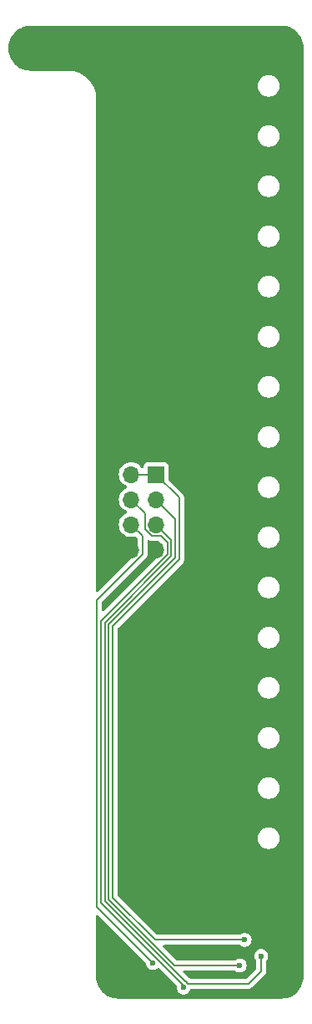
<source format=gbr>
%TF.GenerationSoftware,KiCad,Pcbnew,8.0.4-8.0.4-0~ubuntu22.04.1*%
%TF.CreationDate,2024-08-10T22:14:10+03:00*%
%TF.ProjectId,PM-DI16-DC24sink-front,504d2d44-4931-4362-9d44-43323473696e,rev?*%
%TF.SameCoordinates,Original*%
%TF.FileFunction,Copper,L1,Top*%
%TF.FilePolarity,Positive*%
%FSLAX46Y46*%
G04 Gerber Fmt 4.6, Leading zero omitted, Abs format (unit mm)*
G04 Created by KiCad (PCBNEW 8.0.4-8.0.4-0~ubuntu22.04.1) date 2024-08-10 22:14:10*
%MOMM*%
%LPD*%
G01*
G04 APERTURE LIST*
%TA.AperFunction,ComponentPad*%
%ADD10R,1.700000X1.700000*%
%TD*%
%TA.AperFunction,ComponentPad*%
%ADD11O,1.700000X1.700000*%
%TD*%
%TA.AperFunction,ViaPad*%
%ADD12C,0.600000*%
%TD*%
%TA.AperFunction,Conductor*%
%ADD13C,0.200000*%
%TD*%
G04 APERTURE END LIST*
D10*
%TO.P,J1,1,Pin_1*%
%TO.N,+3.3V*%
X66040000Y-96520000D03*
D11*
%TO.P,J1,2,Pin_2*%
X63500000Y-96520000D03*
%TO.P,J1,3,Pin_3*%
%TO.N,/SCK*%
X66040000Y-99060000D03*
%TO.P,J1,4,Pin_4*%
%TO.N,/MOSI*%
X63500000Y-99060000D03*
%TO.P,J1,5,Pin_5*%
%TO.N,/CS*%
X66040000Y-101600000D03*
%TO.P,J1,6,Pin_6*%
%TO.N,/MISO*%
X63500000Y-101600000D03*
%TO.P,J1,7,Pin_7*%
%TO.N,GND*%
X66040000Y-104140000D03*
%TO.P,J1,8,Pin_8*%
X63500000Y-104140000D03*
%TD*%
D12*
%TO.N,GND*%
X63500000Y-88900000D03*
X66040000Y-91440000D03*
X63500000Y-91440000D03*
X66040000Y-88900000D03*
%TO.N,+3.3V*%
X75028700Y-143652900D03*
%TO.N,/MOSI*%
X68829200Y-148492300D03*
%TO.N,/MISO*%
X65691400Y-145990700D03*
%TO.N,/SCK*%
X74523500Y-146250400D03*
%TO.N,/CS*%
X76708000Y-145288000D03*
%TD*%
D13*
%TO.N,+3.3V*%
X68390000Y-98870000D02*
X66040000Y-96520000D01*
X65901558Y-143652900D02*
X61640000Y-139391342D01*
X68390000Y-105113404D02*
X68390000Y-98870000D01*
X61640000Y-139391342D02*
X61640000Y-111863404D01*
X75028700Y-143652900D02*
X65901558Y-143652900D01*
X61640000Y-111863404D02*
X68390000Y-105113404D01*
X66040000Y-96520000D02*
X63500000Y-96520000D01*
%TO.N,/MOSI*%
X65563654Y-102750000D02*
X64890000Y-102076346D01*
X64890000Y-102076346D02*
X64890000Y-100450000D01*
X68829200Y-148492300D02*
X68829200Y-148277600D01*
X60440000Y-111366346D02*
X67190000Y-104616346D01*
X64890000Y-100450000D02*
X63500000Y-99060000D01*
X67190000Y-104616346D02*
X67190000Y-103423654D01*
X60440000Y-139888400D02*
X60440000Y-111366346D01*
X66516346Y-102750000D02*
X65563654Y-102750000D01*
X67190000Y-103423654D02*
X66516346Y-102750000D01*
X68829200Y-148277600D02*
X60440000Y-139888400D01*
%TO.N,/MISO*%
X65691400Y-145990700D02*
X60040000Y-140339300D01*
X60040000Y-109226346D02*
X64650000Y-104616346D01*
X60040000Y-140339300D02*
X60040000Y-109226346D01*
X64650000Y-102750000D02*
X63500000Y-101600000D01*
X64650000Y-104616346D02*
X64650000Y-102750000D01*
%TO.N,/SCK*%
X67990000Y-104947718D02*
X67990000Y-101010000D01*
X67990000Y-101010000D02*
X66040000Y-99060000D01*
X74523500Y-146250400D02*
X67933372Y-146250400D01*
X61240000Y-139557028D02*
X61240000Y-111697718D01*
X61240000Y-111697718D02*
X67990000Y-104947718D01*
X67933372Y-146250400D02*
X61240000Y-139557028D01*
%TO.N,/CS*%
X69077729Y-147892300D02*
X69267429Y-148082000D01*
X67590000Y-104782032D02*
X60840000Y-111532032D01*
X66040000Y-101600000D02*
X67590000Y-103150000D01*
X60840000Y-111532032D02*
X60840000Y-139722714D01*
X75438000Y-148082000D02*
X76708000Y-146812000D01*
X60840000Y-139722714D02*
X69009586Y-147892300D01*
X67590000Y-103150000D02*
X67590000Y-104782032D01*
X76708000Y-146812000D02*
X76708000Y-145288000D01*
X69267429Y-148082000D02*
X75438000Y-148082000D01*
X69009586Y-147892300D02*
X69077729Y-147892300D01*
%TD*%
%TA.AperFunction,Conductor*%
%TO.N,GND*%
G36*
X78743736Y-51050726D02*
G01*
X79008483Y-51066740D01*
X79023347Y-51068545D01*
X79280541Y-51115678D01*
X79295063Y-51119257D01*
X79544720Y-51197052D01*
X79558697Y-51202353D01*
X79797151Y-51309673D01*
X79810397Y-51316625D01*
X80034171Y-51451901D01*
X80046489Y-51460404D01*
X80252318Y-51621662D01*
X80263525Y-51631591D01*
X80448408Y-51816474D01*
X80458337Y-51827681D01*
X80619595Y-52033510D01*
X80628102Y-52045834D01*
X80763371Y-52269596D01*
X80770330Y-52282855D01*
X80877644Y-52521298D01*
X80882950Y-52535288D01*
X80960738Y-52784920D01*
X80964321Y-52799458D01*
X81011454Y-53056652D01*
X81013259Y-53071517D01*
X81029274Y-53336263D01*
X81029500Y-53343750D01*
X81029500Y-147316249D01*
X81029274Y-147323736D01*
X81013259Y-147588482D01*
X81011454Y-147603347D01*
X80964321Y-147860541D01*
X80960738Y-147875079D01*
X80882954Y-148124700D01*
X80877644Y-148138701D01*
X80770330Y-148377144D01*
X80763371Y-148390403D01*
X80628102Y-148614165D01*
X80619595Y-148626489D01*
X80458337Y-148832318D01*
X80448408Y-148843525D01*
X80263525Y-149028408D01*
X80252318Y-149038337D01*
X80046489Y-149199595D01*
X80034165Y-149208102D01*
X79810403Y-149343371D01*
X79797144Y-149350330D01*
X79558701Y-149457644D01*
X79544705Y-149462951D01*
X79297174Y-149540085D01*
X79295079Y-149540738D01*
X79280541Y-149544321D01*
X79023347Y-149591454D01*
X79008482Y-149593259D01*
X78743736Y-149609274D01*
X78736249Y-149609500D01*
X62233751Y-149609500D01*
X62226264Y-149609274D01*
X61961517Y-149593259D01*
X61946652Y-149591454D01*
X61689458Y-149544321D01*
X61674924Y-149540739D01*
X61425288Y-149462950D01*
X61411298Y-149457644D01*
X61172855Y-149350330D01*
X61159596Y-149343371D01*
X60935834Y-149208102D01*
X60923510Y-149199595D01*
X60717681Y-149038337D01*
X60706474Y-149028408D01*
X60521591Y-148843525D01*
X60511662Y-148832318D01*
X60350404Y-148626489D01*
X60341901Y-148614171D01*
X60206625Y-148390397D01*
X60199673Y-148377151D01*
X60092353Y-148138697D01*
X60087052Y-148124720D01*
X60009257Y-147875063D01*
X60005678Y-147860541D01*
X59958545Y-147603347D01*
X59956740Y-147588482D01*
X59940726Y-147323736D01*
X59940500Y-147316249D01*
X59940500Y-141246976D01*
X59960185Y-141179937D01*
X60012989Y-141134182D01*
X60082147Y-141124238D01*
X60145703Y-141153263D01*
X60152181Y-141159295D01*
X64955796Y-145962910D01*
X64989281Y-146024233D01*
X64991211Y-146035643D01*
X65006259Y-146159570D01*
X65006260Y-146159575D01*
X65066582Y-146318630D01*
X65066582Y-146318631D01*
X65128875Y-146408877D01*
X65163217Y-146458629D01*
X65268905Y-146552260D01*
X65290550Y-146571436D01*
X65383773Y-146620363D01*
X65441175Y-146650490D01*
X65606344Y-146691200D01*
X65776456Y-146691200D01*
X65941625Y-146650490D01*
X66028896Y-146604686D01*
X66092249Y-146571436D01*
X66092250Y-146571434D01*
X66092252Y-146571434D01*
X66176134Y-146497120D01*
X66239367Y-146467400D01*
X66308631Y-146476584D01*
X66346042Y-146502256D01*
X68103874Y-148260088D01*
X68137359Y-148321411D01*
X68139289Y-148362715D01*
X68123555Y-148492299D01*
X68144059Y-148661169D01*
X68144060Y-148661174D01*
X68204382Y-148820231D01*
X68220461Y-148843525D01*
X68301017Y-148960229D01*
X68383966Y-149033715D01*
X68428350Y-149073036D01*
X68578973Y-149152089D01*
X68578975Y-149152090D01*
X68744144Y-149192800D01*
X68914256Y-149192800D01*
X69079425Y-149152090D01*
X69158892Y-149110381D01*
X69230049Y-149073036D01*
X69230050Y-149073034D01*
X69230052Y-149073034D01*
X69357383Y-148960229D01*
X69454018Y-148820230D01*
X69510255Y-148671944D01*
X69513826Y-148662529D01*
X69556004Y-148606826D01*
X69621602Y-148582769D01*
X69629768Y-148582500D01*
X75503890Y-148582500D01*
X75503892Y-148582500D01*
X75631186Y-148548392D01*
X75745314Y-148482500D01*
X77005104Y-147222707D01*
X77005109Y-147222704D01*
X77015312Y-147212500D01*
X77015314Y-147212500D01*
X77108500Y-147119314D01*
X77174392Y-147005186D01*
X77208500Y-146877892D01*
X77208500Y-145834204D01*
X77228185Y-145767165D01*
X77231985Y-145762146D01*
X77231922Y-145762103D01*
X77295726Y-145669666D01*
X77332818Y-145615930D01*
X77393140Y-145456872D01*
X77413645Y-145288000D01*
X77393140Y-145119128D01*
X77332818Y-144960070D01*
X77236183Y-144820071D01*
X77108852Y-144707266D01*
X77108849Y-144707263D01*
X76958226Y-144628210D01*
X76793056Y-144587500D01*
X76622944Y-144587500D01*
X76457773Y-144628210D01*
X76307150Y-144707263D01*
X76179816Y-144820072D01*
X76083182Y-144960068D01*
X76022860Y-145119125D01*
X76022859Y-145119130D01*
X76002355Y-145288000D01*
X76022859Y-145456869D01*
X76022860Y-145456874D01*
X76083182Y-145615931D01*
X76184078Y-145762103D01*
X76181807Y-145763670D01*
X76206034Y-145815190D01*
X76207500Y-145834204D01*
X76207500Y-146553324D01*
X76187815Y-146620363D01*
X76171181Y-146641005D01*
X75267005Y-147545181D01*
X75205682Y-147578666D01*
X75179324Y-147581500D01*
X69526105Y-147581500D01*
X69459066Y-147561815D01*
X69438424Y-147545181D01*
X69385045Y-147491802D01*
X69385043Y-147491800D01*
X69319150Y-147453756D01*
X69270914Y-147425907D01*
X69263411Y-147422800D01*
X69264324Y-147420594D01*
X69220225Y-147395126D01*
X68787680Y-146962581D01*
X68754195Y-146901258D01*
X68759179Y-146831566D01*
X68801051Y-146775633D01*
X68866515Y-146751216D01*
X68875361Y-146750900D01*
X73985055Y-146750900D01*
X74052094Y-146770585D01*
X74067279Y-146782082D01*
X74122648Y-146831134D01*
X74273275Y-146910190D01*
X74438444Y-146950900D01*
X74608556Y-146950900D01*
X74773725Y-146910190D01*
X74853192Y-146868481D01*
X74924349Y-146831136D01*
X74924350Y-146831134D01*
X74924352Y-146831134D01*
X75051683Y-146718329D01*
X75148318Y-146578330D01*
X75208640Y-146419272D01*
X75229145Y-146250400D01*
X75208640Y-146081528D01*
X75148318Y-145922470D01*
X75051683Y-145782471D01*
X74924352Y-145669666D01*
X74924349Y-145669663D01*
X74773726Y-145590610D01*
X74608556Y-145549900D01*
X74438444Y-145549900D01*
X74273273Y-145590610D01*
X74122650Y-145669664D01*
X74067282Y-145718716D01*
X74004049Y-145748437D01*
X73985055Y-145749900D01*
X68192048Y-145749900D01*
X68125009Y-145730215D01*
X68104367Y-145713581D01*
X66755867Y-144365081D01*
X66722382Y-144303758D01*
X66727366Y-144234066D01*
X66769238Y-144178133D01*
X66834702Y-144153716D01*
X66843548Y-144153400D01*
X74490255Y-144153400D01*
X74557294Y-144173085D01*
X74572479Y-144184582D01*
X74627848Y-144233634D01*
X74778475Y-144312690D01*
X74943644Y-144353400D01*
X75113756Y-144353400D01*
X75278925Y-144312690D01*
X75358392Y-144270981D01*
X75429549Y-144233636D01*
X75429550Y-144233634D01*
X75429552Y-144233634D01*
X75556883Y-144120829D01*
X75653518Y-143980830D01*
X75713840Y-143821772D01*
X75734345Y-143652900D01*
X75713840Y-143484028D01*
X75653518Y-143324970D01*
X75556883Y-143184971D01*
X75429552Y-143072166D01*
X75429549Y-143072163D01*
X75278926Y-142993110D01*
X75113756Y-142952400D01*
X74943644Y-142952400D01*
X74778473Y-142993110D01*
X74627850Y-143072164D01*
X74572482Y-143121216D01*
X74509249Y-143150937D01*
X74490255Y-143152400D01*
X66160234Y-143152400D01*
X66093195Y-143132715D01*
X66072553Y-143116081D01*
X62176819Y-139220347D01*
X62143334Y-139159024D01*
X62140500Y-139132666D01*
X62140500Y-133263389D01*
X76369500Y-133263389D01*
X76369500Y-133436611D01*
X76396598Y-133607701D01*
X76450127Y-133772445D01*
X76528768Y-133926788D01*
X76630586Y-134066928D01*
X76753072Y-134189414D01*
X76893212Y-134291232D01*
X77047555Y-134369873D01*
X77212299Y-134423402D01*
X77383389Y-134450500D01*
X77383390Y-134450500D01*
X77556610Y-134450500D01*
X77556611Y-134450500D01*
X77727701Y-134423402D01*
X77892445Y-134369873D01*
X78046788Y-134291232D01*
X78186928Y-134189414D01*
X78309414Y-134066928D01*
X78411232Y-133926788D01*
X78489873Y-133772445D01*
X78543402Y-133607701D01*
X78570500Y-133436611D01*
X78570500Y-133263389D01*
X78543402Y-133092299D01*
X78489873Y-132927555D01*
X78411232Y-132773212D01*
X78309414Y-132633072D01*
X78186928Y-132510586D01*
X78046788Y-132408768D01*
X77892445Y-132330127D01*
X77727701Y-132276598D01*
X77727699Y-132276597D01*
X77727698Y-132276597D01*
X77596271Y-132255781D01*
X77556611Y-132249500D01*
X77383389Y-132249500D01*
X77343728Y-132255781D01*
X77212302Y-132276597D01*
X77047552Y-132330128D01*
X76893211Y-132408768D01*
X76813256Y-132466859D01*
X76753072Y-132510586D01*
X76753070Y-132510588D01*
X76753069Y-132510588D01*
X76630588Y-132633069D01*
X76630588Y-132633070D01*
X76630586Y-132633072D01*
X76586859Y-132693256D01*
X76528768Y-132773211D01*
X76450128Y-132927552D01*
X76396597Y-133092302D01*
X76369500Y-133263389D01*
X62140500Y-133263389D01*
X62140500Y-128183389D01*
X76369500Y-128183389D01*
X76369500Y-128356611D01*
X76396598Y-128527701D01*
X76450127Y-128692445D01*
X76528768Y-128846788D01*
X76630586Y-128986928D01*
X76753072Y-129109414D01*
X76893212Y-129211232D01*
X77047555Y-129289873D01*
X77212299Y-129343402D01*
X77383389Y-129370500D01*
X77383390Y-129370500D01*
X77556610Y-129370500D01*
X77556611Y-129370500D01*
X77727701Y-129343402D01*
X77892445Y-129289873D01*
X78046788Y-129211232D01*
X78186928Y-129109414D01*
X78309414Y-128986928D01*
X78411232Y-128846788D01*
X78489873Y-128692445D01*
X78543402Y-128527701D01*
X78570500Y-128356611D01*
X78570500Y-128183389D01*
X78543402Y-128012299D01*
X78489873Y-127847555D01*
X78411232Y-127693212D01*
X78309414Y-127553072D01*
X78186928Y-127430586D01*
X78046788Y-127328768D01*
X77892445Y-127250127D01*
X77727701Y-127196598D01*
X77727699Y-127196597D01*
X77727698Y-127196597D01*
X77596271Y-127175781D01*
X77556611Y-127169500D01*
X77383389Y-127169500D01*
X77343728Y-127175781D01*
X77212302Y-127196597D01*
X77047552Y-127250128D01*
X76893211Y-127328768D01*
X76813256Y-127386859D01*
X76753072Y-127430586D01*
X76753070Y-127430588D01*
X76753069Y-127430588D01*
X76630588Y-127553069D01*
X76630588Y-127553070D01*
X76630586Y-127553072D01*
X76586859Y-127613256D01*
X76528768Y-127693211D01*
X76450128Y-127847552D01*
X76396597Y-128012302D01*
X76369500Y-128183389D01*
X62140500Y-128183389D01*
X62140500Y-123103389D01*
X76369500Y-123103389D01*
X76369500Y-123276611D01*
X76396598Y-123447701D01*
X76450127Y-123612445D01*
X76528768Y-123766788D01*
X76630586Y-123906928D01*
X76753072Y-124029414D01*
X76893212Y-124131232D01*
X77047555Y-124209873D01*
X77212299Y-124263402D01*
X77383389Y-124290500D01*
X77383390Y-124290500D01*
X77556610Y-124290500D01*
X77556611Y-124290500D01*
X77727701Y-124263402D01*
X77892445Y-124209873D01*
X78046788Y-124131232D01*
X78186928Y-124029414D01*
X78309414Y-123906928D01*
X78411232Y-123766788D01*
X78489873Y-123612445D01*
X78543402Y-123447701D01*
X78570500Y-123276611D01*
X78570500Y-123103389D01*
X78543402Y-122932299D01*
X78489873Y-122767555D01*
X78411232Y-122613212D01*
X78309414Y-122473072D01*
X78186928Y-122350586D01*
X78046788Y-122248768D01*
X77892445Y-122170127D01*
X77727701Y-122116598D01*
X77727699Y-122116597D01*
X77727698Y-122116597D01*
X77596271Y-122095781D01*
X77556611Y-122089500D01*
X77383389Y-122089500D01*
X77343728Y-122095781D01*
X77212302Y-122116597D01*
X77047552Y-122170128D01*
X76893211Y-122248768D01*
X76813256Y-122306859D01*
X76753072Y-122350586D01*
X76753070Y-122350588D01*
X76753069Y-122350588D01*
X76630588Y-122473069D01*
X76630588Y-122473070D01*
X76630586Y-122473072D01*
X76586859Y-122533256D01*
X76528768Y-122613211D01*
X76450128Y-122767552D01*
X76396597Y-122932302D01*
X76369500Y-123103389D01*
X62140500Y-123103389D01*
X62140500Y-118023389D01*
X76369500Y-118023389D01*
X76369500Y-118196611D01*
X76396598Y-118367701D01*
X76450127Y-118532445D01*
X76528768Y-118686788D01*
X76630586Y-118826928D01*
X76753072Y-118949414D01*
X76893212Y-119051232D01*
X77047555Y-119129873D01*
X77212299Y-119183402D01*
X77383389Y-119210500D01*
X77383390Y-119210500D01*
X77556610Y-119210500D01*
X77556611Y-119210500D01*
X77727701Y-119183402D01*
X77892445Y-119129873D01*
X78046788Y-119051232D01*
X78186928Y-118949414D01*
X78309414Y-118826928D01*
X78411232Y-118686788D01*
X78489873Y-118532445D01*
X78543402Y-118367701D01*
X78570500Y-118196611D01*
X78570500Y-118023389D01*
X78543402Y-117852299D01*
X78489873Y-117687555D01*
X78411232Y-117533212D01*
X78309414Y-117393072D01*
X78186928Y-117270586D01*
X78046788Y-117168768D01*
X77892445Y-117090127D01*
X77727701Y-117036598D01*
X77727699Y-117036597D01*
X77727698Y-117036597D01*
X77596271Y-117015781D01*
X77556611Y-117009500D01*
X77383389Y-117009500D01*
X77343728Y-117015781D01*
X77212302Y-117036597D01*
X77047552Y-117090128D01*
X76893211Y-117168768D01*
X76813256Y-117226859D01*
X76753072Y-117270586D01*
X76753070Y-117270588D01*
X76753069Y-117270588D01*
X76630588Y-117393069D01*
X76630588Y-117393070D01*
X76630586Y-117393072D01*
X76586859Y-117453256D01*
X76528768Y-117533211D01*
X76450128Y-117687552D01*
X76396597Y-117852302D01*
X76369500Y-118023389D01*
X62140500Y-118023389D01*
X62140500Y-112943389D01*
X76369500Y-112943389D01*
X76369500Y-113116611D01*
X76396598Y-113287701D01*
X76450127Y-113452445D01*
X76528768Y-113606788D01*
X76630586Y-113746928D01*
X76753072Y-113869414D01*
X76893212Y-113971232D01*
X77047555Y-114049873D01*
X77212299Y-114103402D01*
X77383389Y-114130500D01*
X77383390Y-114130500D01*
X77556610Y-114130500D01*
X77556611Y-114130500D01*
X77727701Y-114103402D01*
X77892445Y-114049873D01*
X78046788Y-113971232D01*
X78186928Y-113869414D01*
X78309414Y-113746928D01*
X78411232Y-113606788D01*
X78489873Y-113452445D01*
X78543402Y-113287701D01*
X78570500Y-113116611D01*
X78570500Y-112943389D01*
X78543402Y-112772299D01*
X78489873Y-112607555D01*
X78411232Y-112453212D01*
X78309414Y-112313072D01*
X78186928Y-112190586D01*
X78046788Y-112088768D01*
X77892445Y-112010127D01*
X77727701Y-111956598D01*
X77727699Y-111956597D01*
X77727698Y-111956597D01*
X77596271Y-111935781D01*
X77556611Y-111929500D01*
X77383389Y-111929500D01*
X77343728Y-111935781D01*
X77212302Y-111956597D01*
X77047552Y-112010128D01*
X76893211Y-112088768D01*
X76847362Y-112122080D01*
X76753072Y-112190586D01*
X76753070Y-112190588D01*
X76753069Y-112190588D01*
X76630588Y-112313069D01*
X76630588Y-112313070D01*
X76630586Y-112313072D01*
X76586859Y-112373256D01*
X76528768Y-112453211D01*
X76450128Y-112607552D01*
X76396597Y-112772302D01*
X76369500Y-112943389D01*
X62140500Y-112943389D01*
X62140500Y-112122080D01*
X62160185Y-112055041D01*
X62176819Y-112034399D01*
X65421807Y-108789411D01*
X66347829Y-107863389D01*
X76369500Y-107863389D01*
X76369500Y-108036611D01*
X76396598Y-108207701D01*
X76450127Y-108372445D01*
X76528768Y-108526788D01*
X76630586Y-108666928D01*
X76753072Y-108789414D01*
X76893212Y-108891232D01*
X77047555Y-108969873D01*
X77212299Y-109023402D01*
X77383389Y-109050500D01*
X77383390Y-109050500D01*
X77556610Y-109050500D01*
X77556611Y-109050500D01*
X77727701Y-109023402D01*
X77892445Y-108969873D01*
X78046788Y-108891232D01*
X78186928Y-108789414D01*
X78309414Y-108666928D01*
X78411232Y-108526788D01*
X78489873Y-108372445D01*
X78543402Y-108207701D01*
X78570500Y-108036611D01*
X78570500Y-107863389D01*
X78543402Y-107692299D01*
X78489873Y-107527555D01*
X78411232Y-107373212D01*
X78309414Y-107233072D01*
X78186928Y-107110586D01*
X78046788Y-107008768D01*
X77892445Y-106930127D01*
X77727701Y-106876598D01*
X77727699Y-106876597D01*
X77727698Y-106876597D01*
X77596271Y-106855781D01*
X77556611Y-106849500D01*
X77383389Y-106849500D01*
X77343728Y-106855781D01*
X77212302Y-106876597D01*
X77047552Y-106930128D01*
X76893211Y-107008768D01*
X76813256Y-107066859D01*
X76753072Y-107110586D01*
X76753070Y-107110588D01*
X76753069Y-107110588D01*
X76630588Y-107233069D01*
X76630588Y-107233070D01*
X76630586Y-107233072D01*
X76586859Y-107293256D01*
X76528768Y-107373211D01*
X76450128Y-107527552D01*
X76396597Y-107692302D01*
X76369500Y-107863389D01*
X66347829Y-107863389D01*
X68790500Y-105420718D01*
X68832358Y-105348218D01*
X68856392Y-105306590D01*
X68890500Y-105179296D01*
X68890500Y-102783389D01*
X76369500Y-102783389D01*
X76369500Y-102956611D01*
X76373572Y-102982318D01*
X76383445Y-103044660D01*
X76396598Y-103127701D01*
X76450127Y-103292445D01*
X76528768Y-103446788D01*
X76630586Y-103586928D01*
X76753072Y-103709414D01*
X76893212Y-103811232D01*
X77047555Y-103889873D01*
X77212299Y-103943402D01*
X77383389Y-103970500D01*
X77383390Y-103970500D01*
X77556610Y-103970500D01*
X77556611Y-103970500D01*
X77727701Y-103943402D01*
X77892445Y-103889873D01*
X78046788Y-103811232D01*
X78186928Y-103709414D01*
X78309414Y-103586928D01*
X78411232Y-103446788D01*
X78489873Y-103292445D01*
X78543402Y-103127701D01*
X78570500Y-102956611D01*
X78570500Y-102783389D01*
X78543402Y-102612299D01*
X78489873Y-102447555D01*
X78411232Y-102293212D01*
X78309414Y-102153072D01*
X78186928Y-102030586D01*
X78046788Y-101928768D01*
X77892445Y-101850127D01*
X77727701Y-101796598D01*
X77727699Y-101796597D01*
X77727698Y-101796597D01*
X77596271Y-101775781D01*
X77556611Y-101769500D01*
X77383389Y-101769500D01*
X77343728Y-101775781D01*
X77212302Y-101796597D01*
X77047552Y-101850128D01*
X76893211Y-101928768D01*
X76813256Y-101986859D01*
X76753072Y-102030586D01*
X76753070Y-102030588D01*
X76753069Y-102030588D01*
X76630588Y-102153069D01*
X76630588Y-102153070D01*
X76630586Y-102153072D01*
X76586859Y-102213256D01*
X76528768Y-102293211D01*
X76450128Y-102447552D01*
X76396597Y-102612302D01*
X76384750Y-102687102D01*
X76369500Y-102783389D01*
X68890500Y-102783389D01*
X68890500Y-98804108D01*
X68856392Y-98676814D01*
X68790500Y-98562686D01*
X68697314Y-98469500D01*
X67931203Y-97703389D01*
X76369500Y-97703389D01*
X76369500Y-97876611D01*
X76396598Y-98047701D01*
X76450127Y-98212445D01*
X76528768Y-98366788D01*
X76630586Y-98506928D01*
X76753072Y-98629414D01*
X76893212Y-98731232D01*
X77047555Y-98809873D01*
X77212299Y-98863402D01*
X77383389Y-98890500D01*
X77383390Y-98890500D01*
X77556610Y-98890500D01*
X77556611Y-98890500D01*
X77727701Y-98863402D01*
X77892445Y-98809873D01*
X78046788Y-98731232D01*
X78186928Y-98629414D01*
X78309414Y-98506928D01*
X78411232Y-98366788D01*
X78489873Y-98212445D01*
X78543402Y-98047701D01*
X78570500Y-97876611D01*
X78570500Y-97703389D01*
X78543402Y-97532299D01*
X78489873Y-97367555D01*
X78411232Y-97213212D01*
X78309414Y-97073072D01*
X78186928Y-96950586D01*
X78046788Y-96848768D01*
X77892445Y-96770127D01*
X77727701Y-96716598D01*
X77727699Y-96716597D01*
X77727698Y-96716597D01*
X77596271Y-96695781D01*
X77556611Y-96689500D01*
X77383389Y-96689500D01*
X77343728Y-96695781D01*
X77212302Y-96716597D01*
X77047552Y-96770128D01*
X76893211Y-96848768D01*
X76813256Y-96906859D01*
X76753072Y-96950586D01*
X76753070Y-96950588D01*
X76753069Y-96950588D01*
X76630588Y-97073069D01*
X76630588Y-97073070D01*
X76630586Y-97073072D01*
X76589284Y-97129919D01*
X76528768Y-97213211D01*
X76450128Y-97367552D01*
X76396597Y-97532302D01*
X76384750Y-97607102D01*
X76369500Y-97703389D01*
X67931203Y-97703389D01*
X67326818Y-97099004D01*
X67293333Y-97037681D01*
X67290499Y-97011323D01*
X67290499Y-95638482D01*
X67290498Y-95638475D01*
X67275646Y-95544696D01*
X67218050Y-95431658D01*
X67218046Y-95431654D01*
X67218045Y-95431652D01*
X67128347Y-95341954D01*
X67128344Y-95341952D01*
X67128342Y-95341950D01*
X67051517Y-95302805D01*
X67015301Y-95284352D01*
X66921524Y-95269500D01*
X65158482Y-95269500D01*
X65077519Y-95282323D01*
X65064696Y-95284354D01*
X64951658Y-95341950D01*
X64951657Y-95341951D01*
X64951652Y-95341954D01*
X64861954Y-95431652D01*
X64861951Y-95431657D01*
X64861950Y-95431658D01*
X64842751Y-95469337D01*
X64804352Y-95544698D01*
X64789500Y-95638475D01*
X64789500Y-95788138D01*
X64769815Y-95855177D01*
X64717011Y-95900932D01*
X64647853Y-95910876D01*
X64584297Y-95881851D01*
X64563925Y-95859261D01*
X64461599Y-95713124D01*
X64386950Y-95638475D01*
X64306877Y-95558402D01*
X64127639Y-95432898D01*
X64127640Y-95432898D01*
X64127638Y-95432897D01*
X64028484Y-95386661D01*
X63929330Y-95340425D01*
X63929326Y-95340424D01*
X63929322Y-95340422D01*
X63717977Y-95283793D01*
X63500002Y-95264723D01*
X63499998Y-95264723D01*
X63354682Y-95277436D01*
X63282023Y-95283793D01*
X63282020Y-95283793D01*
X63070677Y-95340422D01*
X63070670Y-95340424D01*
X63070670Y-95340425D01*
X63067391Y-95341954D01*
X62872361Y-95432898D01*
X62872357Y-95432900D01*
X62693121Y-95558402D01*
X62538402Y-95713121D01*
X62412900Y-95892357D01*
X62412898Y-95892361D01*
X62320426Y-96090668D01*
X62320422Y-96090677D01*
X62263793Y-96302020D01*
X62263793Y-96302024D01*
X62244723Y-96519997D01*
X62244723Y-96520002D01*
X62263793Y-96737975D01*
X62263793Y-96737979D01*
X62320422Y-96949322D01*
X62320424Y-96949326D01*
X62320425Y-96949330D01*
X62321011Y-96950586D01*
X62412897Y-97147638D01*
X62412898Y-97147639D01*
X62538402Y-97326877D01*
X62693123Y-97481598D01*
X62872360Y-97607101D01*
X62872361Y-97607102D01*
X63023583Y-97677618D01*
X63076022Y-97723790D01*
X63095174Y-97790984D01*
X63074958Y-97857865D01*
X63023583Y-97902382D01*
X62872361Y-97972898D01*
X62872357Y-97972900D01*
X62693121Y-98098402D01*
X62538402Y-98253121D01*
X62412900Y-98432357D01*
X62412898Y-98432361D01*
X62378126Y-98506930D01*
X62321187Y-98629037D01*
X62320426Y-98630668D01*
X62320422Y-98630677D01*
X62263793Y-98842020D01*
X62263793Y-98842024D01*
X62244723Y-99059997D01*
X62244723Y-99060002D01*
X62263793Y-99277975D01*
X62263793Y-99277979D01*
X62320422Y-99489322D01*
X62320424Y-99489326D01*
X62320425Y-99489330D01*
X62331040Y-99512093D01*
X62412897Y-99687638D01*
X62412898Y-99687639D01*
X62538402Y-99866877D01*
X62693123Y-100021598D01*
X62866054Y-100142686D01*
X62872361Y-100147102D01*
X63023583Y-100217618D01*
X63076022Y-100263790D01*
X63095174Y-100330984D01*
X63074958Y-100397865D01*
X63023583Y-100442382D01*
X62872361Y-100512898D01*
X62872357Y-100512900D01*
X62693121Y-100638402D01*
X62538402Y-100793121D01*
X62412900Y-100972357D01*
X62412898Y-100972361D01*
X62320426Y-101170668D01*
X62320422Y-101170677D01*
X62263793Y-101382020D01*
X62263793Y-101382024D01*
X62244723Y-101599997D01*
X62244723Y-101600002D01*
X62263793Y-101817975D01*
X62263793Y-101817979D01*
X62320422Y-102029322D01*
X62320424Y-102029326D01*
X62320425Y-102029330D01*
X62321011Y-102030586D01*
X62412897Y-102227638D01*
X62412898Y-102227639D01*
X62538402Y-102406877D01*
X62693123Y-102561598D01*
X62872361Y-102687102D01*
X63070670Y-102779575D01*
X63282023Y-102836207D01*
X63464926Y-102852208D01*
X63499998Y-102855277D01*
X63500000Y-102855277D01*
X63500002Y-102855277D01*
X63587190Y-102847649D01*
X63717977Y-102836207D01*
X63893647Y-102789136D01*
X63963490Y-102790799D01*
X64013416Y-102821230D01*
X64113181Y-102920995D01*
X64146666Y-102982318D01*
X64149500Y-103008676D01*
X64149500Y-104357670D01*
X64129815Y-104424709D01*
X64113181Y-104445351D01*
X60152181Y-108406351D01*
X60090858Y-108439836D01*
X60021166Y-108434852D01*
X59965233Y-108392980D01*
X59940816Y-108327516D01*
X59940500Y-108318670D01*
X59940500Y-92623389D01*
X76369500Y-92623389D01*
X76369500Y-92796611D01*
X76396598Y-92967701D01*
X76450127Y-93132445D01*
X76528768Y-93286788D01*
X76630586Y-93426928D01*
X76753072Y-93549414D01*
X76893212Y-93651232D01*
X77047555Y-93729873D01*
X77212299Y-93783402D01*
X77383389Y-93810500D01*
X77383390Y-93810500D01*
X77556610Y-93810500D01*
X77556611Y-93810500D01*
X77727701Y-93783402D01*
X77892445Y-93729873D01*
X78046788Y-93651232D01*
X78186928Y-93549414D01*
X78309414Y-93426928D01*
X78411232Y-93286788D01*
X78489873Y-93132445D01*
X78543402Y-92967701D01*
X78570500Y-92796611D01*
X78570500Y-92623389D01*
X78543402Y-92452299D01*
X78489873Y-92287555D01*
X78411232Y-92133212D01*
X78309414Y-91993072D01*
X78186928Y-91870586D01*
X78046788Y-91768768D01*
X77892445Y-91690127D01*
X77727701Y-91636598D01*
X77727699Y-91636597D01*
X77727698Y-91636597D01*
X77596271Y-91615781D01*
X77556611Y-91609500D01*
X77383389Y-91609500D01*
X77343728Y-91615781D01*
X77212302Y-91636597D01*
X77047552Y-91690128D01*
X76893211Y-91768768D01*
X76813256Y-91826859D01*
X76753072Y-91870586D01*
X76753070Y-91870588D01*
X76753069Y-91870588D01*
X76630588Y-91993069D01*
X76630588Y-91993070D01*
X76630586Y-91993072D01*
X76586859Y-92053256D01*
X76528768Y-92133211D01*
X76450128Y-92287552D01*
X76396597Y-92452302D01*
X76369500Y-92623389D01*
X59940500Y-92623389D01*
X59940500Y-87543389D01*
X76369500Y-87543389D01*
X76369500Y-87716611D01*
X76396598Y-87887701D01*
X76450127Y-88052445D01*
X76528768Y-88206788D01*
X76630586Y-88346928D01*
X76753072Y-88469414D01*
X76893212Y-88571232D01*
X77047555Y-88649873D01*
X77212299Y-88703402D01*
X77383389Y-88730500D01*
X77383390Y-88730500D01*
X77556610Y-88730500D01*
X77556611Y-88730500D01*
X77727701Y-88703402D01*
X77892445Y-88649873D01*
X78046788Y-88571232D01*
X78186928Y-88469414D01*
X78309414Y-88346928D01*
X78411232Y-88206788D01*
X78489873Y-88052445D01*
X78543402Y-87887701D01*
X78570500Y-87716611D01*
X78570500Y-87543389D01*
X78543402Y-87372299D01*
X78489873Y-87207555D01*
X78411232Y-87053212D01*
X78309414Y-86913072D01*
X78186928Y-86790586D01*
X78046788Y-86688768D01*
X77892445Y-86610127D01*
X77727701Y-86556598D01*
X77727699Y-86556597D01*
X77727698Y-86556597D01*
X77596271Y-86535781D01*
X77556611Y-86529500D01*
X77383389Y-86529500D01*
X77343728Y-86535781D01*
X77212302Y-86556597D01*
X77047552Y-86610128D01*
X76893211Y-86688768D01*
X76813256Y-86746859D01*
X76753072Y-86790586D01*
X76753070Y-86790588D01*
X76753069Y-86790588D01*
X76630588Y-86913069D01*
X76630588Y-86913070D01*
X76630586Y-86913072D01*
X76586859Y-86973256D01*
X76528768Y-87053211D01*
X76450128Y-87207552D01*
X76396597Y-87372302D01*
X76369500Y-87543389D01*
X59940500Y-87543389D01*
X59940500Y-82463389D01*
X76369500Y-82463389D01*
X76369500Y-82636611D01*
X76396598Y-82807701D01*
X76450127Y-82972445D01*
X76528768Y-83126788D01*
X76630586Y-83266928D01*
X76753072Y-83389414D01*
X76893212Y-83491232D01*
X77047555Y-83569873D01*
X77212299Y-83623402D01*
X77383389Y-83650500D01*
X77383390Y-83650500D01*
X77556610Y-83650500D01*
X77556611Y-83650500D01*
X77727701Y-83623402D01*
X77892445Y-83569873D01*
X78046788Y-83491232D01*
X78186928Y-83389414D01*
X78309414Y-83266928D01*
X78411232Y-83126788D01*
X78489873Y-82972445D01*
X78543402Y-82807701D01*
X78570500Y-82636611D01*
X78570500Y-82463389D01*
X78543402Y-82292299D01*
X78489873Y-82127555D01*
X78411232Y-81973212D01*
X78309414Y-81833072D01*
X78186928Y-81710586D01*
X78046788Y-81608768D01*
X77892445Y-81530127D01*
X77727701Y-81476598D01*
X77727699Y-81476597D01*
X77727698Y-81476597D01*
X77596271Y-81455781D01*
X77556611Y-81449500D01*
X77383389Y-81449500D01*
X77343728Y-81455781D01*
X77212302Y-81476597D01*
X77047552Y-81530128D01*
X76893211Y-81608768D01*
X76813256Y-81666859D01*
X76753072Y-81710586D01*
X76753070Y-81710588D01*
X76753069Y-81710588D01*
X76630588Y-81833069D01*
X76630588Y-81833070D01*
X76630586Y-81833072D01*
X76586859Y-81893256D01*
X76528768Y-81973211D01*
X76450128Y-82127552D01*
X76396597Y-82292302D01*
X76369500Y-82463389D01*
X59940500Y-82463389D01*
X59940500Y-77383389D01*
X76369500Y-77383389D01*
X76369500Y-77556611D01*
X76396598Y-77727701D01*
X76450127Y-77892445D01*
X76528768Y-78046788D01*
X76630586Y-78186928D01*
X76753072Y-78309414D01*
X76893212Y-78411232D01*
X77047555Y-78489873D01*
X77212299Y-78543402D01*
X77383389Y-78570500D01*
X77383390Y-78570500D01*
X77556610Y-78570500D01*
X77556611Y-78570500D01*
X77727701Y-78543402D01*
X77892445Y-78489873D01*
X78046788Y-78411232D01*
X78186928Y-78309414D01*
X78309414Y-78186928D01*
X78411232Y-78046788D01*
X78489873Y-77892445D01*
X78543402Y-77727701D01*
X78570500Y-77556611D01*
X78570500Y-77383389D01*
X78543402Y-77212299D01*
X78489873Y-77047555D01*
X78411232Y-76893212D01*
X78309414Y-76753072D01*
X78186928Y-76630586D01*
X78046788Y-76528768D01*
X77892445Y-76450127D01*
X77727701Y-76396598D01*
X77727699Y-76396597D01*
X77727698Y-76396597D01*
X77596271Y-76375781D01*
X77556611Y-76369500D01*
X77383389Y-76369500D01*
X77343728Y-76375781D01*
X77212302Y-76396597D01*
X77047552Y-76450128D01*
X76893211Y-76528768D01*
X76813256Y-76586859D01*
X76753072Y-76630586D01*
X76753070Y-76630588D01*
X76753069Y-76630588D01*
X76630588Y-76753069D01*
X76630588Y-76753070D01*
X76630586Y-76753072D01*
X76586859Y-76813256D01*
X76528768Y-76893211D01*
X76450128Y-77047552D01*
X76396597Y-77212302D01*
X76369500Y-77383389D01*
X59940500Y-77383389D01*
X59940500Y-72303389D01*
X76369500Y-72303389D01*
X76369500Y-72476611D01*
X76396598Y-72647701D01*
X76450127Y-72812445D01*
X76528768Y-72966788D01*
X76630586Y-73106928D01*
X76753072Y-73229414D01*
X76893212Y-73331232D01*
X77047555Y-73409873D01*
X77212299Y-73463402D01*
X77383389Y-73490500D01*
X77383390Y-73490500D01*
X77556610Y-73490500D01*
X77556611Y-73490500D01*
X77727701Y-73463402D01*
X77892445Y-73409873D01*
X78046788Y-73331232D01*
X78186928Y-73229414D01*
X78309414Y-73106928D01*
X78411232Y-72966788D01*
X78489873Y-72812445D01*
X78543402Y-72647701D01*
X78570500Y-72476611D01*
X78570500Y-72303389D01*
X78543402Y-72132299D01*
X78489873Y-71967555D01*
X78411232Y-71813212D01*
X78309414Y-71673072D01*
X78186928Y-71550586D01*
X78046788Y-71448768D01*
X77892445Y-71370127D01*
X77727701Y-71316598D01*
X77727699Y-71316597D01*
X77727698Y-71316597D01*
X77596271Y-71295781D01*
X77556611Y-71289500D01*
X77383389Y-71289500D01*
X77343728Y-71295781D01*
X77212302Y-71316597D01*
X77047552Y-71370128D01*
X76893211Y-71448768D01*
X76813256Y-71506859D01*
X76753072Y-71550586D01*
X76753070Y-71550588D01*
X76753069Y-71550588D01*
X76630588Y-71673069D01*
X76630588Y-71673070D01*
X76630586Y-71673072D01*
X76586859Y-71733256D01*
X76528768Y-71813211D01*
X76450128Y-71967552D01*
X76396597Y-72132302D01*
X76369500Y-72303389D01*
X59940500Y-72303389D01*
X59940500Y-67223389D01*
X76369500Y-67223389D01*
X76369500Y-67396611D01*
X76396598Y-67567701D01*
X76450127Y-67732445D01*
X76528768Y-67886788D01*
X76630586Y-68026928D01*
X76753072Y-68149414D01*
X76893212Y-68251232D01*
X77047555Y-68329873D01*
X77212299Y-68383402D01*
X77383389Y-68410500D01*
X77383390Y-68410500D01*
X77556610Y-68410500D01*
X77556611Y-68410500D01*
X77727701Y-68383402D01*
X77892445Y-68329873D01*
X78046788Y-68251232D01*
X78186928Y-68149414D01*
X78309414Y-68026928D01*
X78411232Y-67886788D01*
X78489873Y-67732445D01*
X78543402Y-67567701D01*
X78570500Y-67396611D01*
X78570500Y-67223389D01*
X78543402Y-67052299D01*
X78489873Y-66887555D01*
X78411232Y-66733212D01*
X78309414Y-66593072D01*
X78186928Y-66470586D01*
X78046788Y-66368768D01*
X77892445Y-66290127D01*
X77727701Y-66236598D01*
X77727699Y-66236597D01*
X77727698Y-66236597D01*
X77596271Y-66215781D01*
X77556611Y-66209500D01*
X77383389Y-66209500D01*
X77343728Y-66215781D01*
X77212302Y-66236597D01*
X77047552Y-66290128D01*
X76893211Y-66368768D01*
X76813256Y-66426859D01*
X76753072Y-66470586D01*
X76753070Y-66470588D01*
X76753069Y-66470588D01*
X76630588Y-66593069D01*
X76630588Y-66593070D01*
X76630586Y-66593072D01*
X76586859Y-66653256D01*
X76528768Y-66733211D01*
X76450128Y-66887552D01*
X76396597Y-67052302D01*
X76369500Y-67223389D01*
X59940500Y-67223389D01*
X59940500Y-62143389D01*
X76369500Y-62143389D01*
X76369500Y-62316611D01*
X76396598Y-62487701D01*
X76450127Y-62652445D01*
X76528768Y-62806788D01*
X76630586Y-62946928D01*
X76753072Y-63069414D01*
X76893212Y-63171232D01*
X77047555Y-63249873D01*
X77212299Y-63303402D01*
X77383389Y-63330500D01*
X77383390Y-63330500D01*
X77556610Y-63330500D01*
X77556611Y-63330500D01*
X77727701Y-63303402D01*
X77892445Y-63249873D01*
X78046788Y-63171232D01*
X78186928Y-63069414D01*
X78309414Y-62946928D01*
X78411232Y-62806788D01*
X78489873Y-62652445D01*
X78543402Y-62487701D01*
X78570500Y-62316611D01*
X78570500Y-62143389D01*
X78543402Y-61972299D01*
X78489873Y-61807555D01*
X78411232Y-61653212D01*
X78309414Y-61513072D01*
X78186928Y-61390586D01*
X78046788Y-61288768D01*
X77892445Y-61210127D01*
X77727701Y-61156598D01*
X77727699Y-61156597D01*
X77727698Y-61156597D01*
X77596271Y-61135781D01*
X77556611Y-61129500D01*
X77383389Y-61129500D01*
X77343728Y-61135781D01*
X77212302Y-61156597D01*
X77047552Y-61210128D01*
X76893211Y-61288768D01*
X76813256Y-61346859D01*
X76753072Y-61390586D01*
X76753070Y-61390588D01*
X76753069Y-61390588D01*
X76630588Y-61513069D01*
X76630588Y-61513070D01*
X76630586Y-61513072D01*
X76586859Y-61573256D01*
X76528768Y-61653211D01*
X76450128Y-61807552D01*
X76396597Y-61972302D01*
X76369500Y-62143389D01*
X59940500Y-62143389D01*
X59940500Y-58263286D01*
X59940499Y-58263282D01*
X59905410Y-57951851D01*
X59905409Y-57951846D01*
X59905408Y-57951837D01*
X59835665Y-57646273D01*
X59809831Y-57572445D01*
X59732150Y-57350445D01*
X59732148Y-57350439D01*
X59596159Y-57068056D01*
X59593227Y-57063389D01*
X76369500Y-57063389D01*
X76369500Y-57236610D01*
X76387529Y-57350445D01*
X76396598Y-57407701D01*
X76450127Y-57572445D01*
X76528768Y-57726788D01*
X76630586Y-57866928D01*
X76753072Y-57989414D01*
X76893212Y-58091232D01*
X77047555Y-58169873D01*
X77212299Y-58223402D01*
X77383389Y-58250500D01*
X77383390Y-58250500D01*
X77556610Y-58250500D01*
X77556611Y-58250500D01*
X77727701Y-58223402D01*
X77892445Y-58169873D01*
X78046788Y-58091232D01*
X78186928Y-57989414D01*
X78309414Y-57866928D01*
X78411232Y-57726788D01*
X78489873Y-57572445D01*
X78543402Y-57407701D01*
X78570500Y-57236611D01*
X78570500Y-57063389D01*
X78543402Y-56892299D01*
X78489873Y-56727555D01*
X78411232Y-56573212D01*
X78309414Y-56433072D01*
X78186928Y-56310586D01*
X78046788Y-56208768D01*
X77892445Y-56130127D01*
X77727701Y-56076598D01*
X77727699Y-56076597D01*
X77727698Y-56076597D01*
X77596271Y-56055781D01*
X77556611Y-56049500D01*
X77383389Y-56049500D01*
X77343728Y-56055781D01*
X77212302Y-56076597D01*
X77047552Y-56130128D01*
X76893211Y-56208768D01*
X76813256Y-56266859D01*
X76753072Y-56310586D01*
X76753070Y-56310588D01*
X76753069Y-56310588D01*
X76630588Y-56433069D01*
X76630588Y-56433070D01*
X76630586Y-56433072D01*
X76586859Y-56493256D01*
X76528768Y-56573211D01*
X76450128Y-56727552D01*
X76396597Y-56892302D01*
X76369500Y-57063389D01*
X59593227Y-57063389D01*
X59429409Y-56802673D01*
X59233993Y-56557630D01*
X59012370Y-56336007D01*
X58767327Y-56140591D01*
X58501944Y-55973841D01*
X58501941Y-55973839D01*
X58219568Y-55837855D01*
X58219554Y-55837849D01*
X57923738Y-55734338D01*
X57923730Y-55734335D01*
X57694554Y-55682027D01*
X57618163Y-55664592D01*
X57618160Y-55664591D01*
X57618148Y-55664589D01*
X57306717Y-55629500D01*
X57306711Y-55629500D01*
X57199828Y-55629500D01*
X53343751Y-55629500D01*
X53336264Y-55629274D01*
X53071517Y-55613259D01*
X53056652Y-55611454D01*
X52799458Y-55564321D01*
X52784924Y-55560739D01*
X52535288Y-55482950D01*
X52521298Y-55477644D01*
X52282855Y-55370330D01*
X52269596Y-55363371D01*
X52045834Y-55228102D01*
X52033510Y-55219595D01*
X51827681Y-55058337D01*
X51816474Y-55048408D01*
X51631591Y-54863525D01*
X51621662Y-54852318D01*
X51460404Y-54646489D01*
X51451901Y-54634171D01*
X51316625Y-54410397D01*
X51309673Y-54397151D01*
X51202353Y-54158697D01*
X51197052Y-54144720D01*
X51119257Y-53895063D01*
X51115678Y-53880541D01*
X51068545Y-53623347D01*
X51066740Y-53608482D01*
X51059979Y-53496711D01*
X51050952Y-53347472D01*
X51050952Y-53332527D01*
X51066740Y-53071514D01*
X51068545Y-53056652D01*
X51115678Y-52799458D01*
X51119256Y-52784940D01*
X51197054Y-52535273D01*
X51202351Y-52521308D01*
X51309676Y-52282841D01*
X51316621Y-52269608D01*
X51451906Y-52045820D01*
X51460396Y-52033521D01*
X51621667Y-51827674D01*
X51631583Y-51816482D01*
X51816482Y-51631583D01*
X51827674Y-51621667D01*
X52033521Y-51460396D01*
X52045820Y-51451906D01*
X52269608Y-51316621D01*
X52282841Y-51309676D01*
X52521308Y-51202351D01*
X52535273Y-51197054D01*
X52784940Y-51119256D01*
X52799454Y-51115678D01*
X53056656Y-51068544D01*
X53071514Y-51066740D01*
X53336264Y-51050726D01*
X53343751Y-51050500D01*
X53384170Y-51050500D01*
X78695830Y-51050500D01*
X78736249Y-51050500D01*
X78743736Y-51050726D01*
G37*
%TD.AperFunction*%
%TA.AperFunction,Conductor*%
G36*
X65336499Y-103196779D02*
G01*
X65370468Y-103216392D01*
X65497762Y-103250500D01*
X66257670Y-103250500D01*
X66324709Y-103270185D01*
X66345351Y-103286819D01*
X66653181Y-103594649D01*
X66686666Y-103655972D01*
X66689500Y-103682330D01*
X66689500Y-104357670D01*
X66669815Y-104424709D01*
X66653181Y-104445351D01*
X60752181Y-110346351D01*
X60690858Y-110379836D01*
X60621166Y-110374852D01*
X60565233Y-110332980D01*
X60540816Y-110267516D01*
X60540500Y-110258670D01*
X60540500Y-109485022D01*
X60560185Y-109417983D01*
X60576819Y-109397341D01*
X62741091Y-107233069D01*
X65050500Y-104923660D01*
X65052487Y-104920218D01*
X65116392Y-104809532D01*
X65150500Y-104682238D01*
X65150500Y-103304167D01*
X65170185Y-103237128D01*
X65222989Y-103191373D01*
X65292147Y-103181429D01*
X65336499Y-103196779D01*
G37*
%TD.AperFunction*%
%TD*%
M02*

</source>
